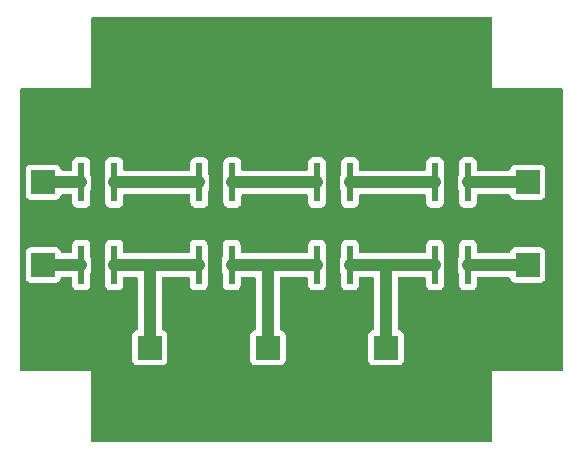
<source format=gbr>
%TF.GenerationSoftware,KiCad,Pcbnew,8.0.2*%
%TF.CreationDate,2024-10-27T20:36:43-03:00*%
%TF.ProjectId,LumiCom_Led,4c756d69-436f-46d5-9f4c-65642e6b6963,rev?*%
%TF.SameCoordinates,Original*%
%TF.FileFunction,Copper,L1,Top*%
%TF.FilePolarity,Positive*%
%FSLAX46Y46*%
G04 Gerber Fmt 4.6, Leading zero omitted, Abs format (unit mm)*
G04 Created by KiCad (PCBNEW 8.0.2) date 2024-10-27 20:36:43*
%MOMM*%
%LPD*%
G01*
G04 APERTURE LIST*
%TA.AperFunction,SMDPad,CuDef*%
%ADD10R,0.508000X3.302000*%
%TD*%
%TA.AperFunction,SMDPad,CuDef*%
%ADD11R,1.295400X3.302000*%
%TD*%
%TA.AperFunction,SMDPad,CuDef*%
%ADD12R,2.000000X2.000000*%
%TD*%
%TA.AperFunction,Conductor*%
%ADD13C,1.000000*%
%TD*%
G04 APERTURE END LIST*
D10*
%TO.P,LED3,1,cathode*%
%TO.N,Net-(LED3-cathode)*%
X164936500Y-103000000D03*
D11*
%TO.P,LED3,2,thermal*%
%TO.N,Net-(LED1-thermal)*%
X163539500Y-103000000D03*
D10*
%TO.P,LED3,3,anode*%
%TO.N,Net-(LED2-cathode)*%
X162142500Y-103000000D03*
%TD*%
%TO.P,LED2,1,cathode*%
%TO.N,Net-(LED2-cathode)*%
X154936500Y-103000000D03*
D11*
%TO.P,LED2,2,thermal*%
%TO.N,Net-(LED1-thermal)*%
X153539500Y-103000000D03*
D10*
%TO.P,LED2,3,anode*%
%TO.N,Net-(LED1-cathode)*%
X152142500Y-103000000D03*
%TD*%
%TO.P,LED4,1,cathode*%
%TO.N,Net-(LED4-cathode)*%
X174936500Y-103000000D03*
D11*
%TO.P,LED4,2,thermal*%
%TO.N,Net-(LED1-thermal)*%
X173539500Y-103000000D03*
D10*
%TO.P,LED4,3,anode*%
%TO.N,Net-(LED3-cathode)*%
X172142500Y-103000000D03*
%TD*%
D12*
%TO.P,TP6,1,1*%
%TO.N,Net-(LED2-cathode)*%
X158000000Y-110000000D03*
%TD*%
D10*
%TO.P,LED7,1,cathode*%
%TO.N,Net-(LED7-cathode)*%
X164936500Y-96000000D03*
D11*
%TO.P,LED7,2,thermal*%
%TO.N,Net-(LED1-thermal)*%
X163539500Y-96000000D03*
D10*
%TO.P,LED7,3,anode*%
%TO.N,Net-(LED6-cathode)*%
X162142500Y-96000000D03*
%TD*%
D12*
%TO.P,TP4,1,1*%
%TO.N,Net-(LED8-cathode)*%
X180000000Y-96000000D03*
%TD*%
%TO.P,TP2,1,1*%
%TO.N,Net-(LED1-anode)*%
X139000000Y-103000000D03*
%TD*%
%TO.P,TP3,1,1*%
%TO.N,Net-(LED5-anode)*%
X139000000Y-96000000D03*
%TD*%
D10*
%TO.P,LED1,1,cathode*%
%TO.N,Net-(LED1-cathode)*%
X145000000Y-103000000D03*
D11*
%TO.P,LED1,2,thermal*%
%TO.N,Net-(LED1-thermal)*%
X143603000Y-103000000D03*
D10*
%TO.P,LED1,3,anode*%
%TO.N,Net-(LED1-anode)*%
X142206000Y-103000000D03*
%TD*%
D12*
%TO.P,TP7,1,1*%
%TO.N,Net-(LED3-cathode)*%
X168000000Y-110000000D03*
%TD*%
D10*
%TO.P,LED8,1,cathode*%
%TO.N,Net-(LED8-cathode)*%
X174936500Y-96000000D03*
D11*
%TO.P,LED8,2,thermal*%
%TO.N,Net-(LED1-thermal)*%
X173539500Y-96000000D03*
D10*
%TO.P,LED8,3,anode*%
%TO.N,Net-(LED7-cathode)*%
X172142500Y-96000000D03*
%TD*%
D12*
%TO.P,TP5,1,1*%
%TO.N,Net-(LED1-cathode)*%
X148000000Y-110000000D03*
%TD*%
D10*
%TO.P,LED6,1,cathode*%
%TO.N,Net-(LED6-cathode)*%
X155000000Y-96000000D03*
D11*
%TO.P,LED6,2,thermal*%
%TO.N,Net-(LED1-thermal)*%
X153603000Y-96000000D03*
D10*
%TO.P,LED6,3,anode*%
%TO.N,Net-(LED5-cathode)*%
X152206000Y-96000000D03*
%TD*%
D12*
%TO.P,TP1,1,1*%
%TO.N,Net-(LED4-cathode)*%
X180000000Y-103000000D03*
%TD*%
D10*
%TO.P,LED5,1,cathode*%
%TO.N,Net-(LED5-cathode)*%
X145000000Y-96000000D03*
D11*
%TO.P,LED5,2,thermal*%
%TO.N,Net-(LED1-thermal)*%
X143603000Y-96000000D03*
D10*
%TO.P,LED5,3,anode*%
%TO.N,Net-(LED5-anode)*%
X142206000Y-96000000D03*
%TD*%
D13*
%TO.N,Net-(LED1-anode)*%
X139000000Y-103000000D02*
X142206000Y-103000000D01*
%TO.N,Net-(LED1-cathode)*%
X145000000Y-103000000D02*
X148000000Y-103000000D01*
X148000000Y-103000000D02*
X152142500Y-103000000D01*
X148000000Y-103000000D02*
X148000000Y-110000000D01*
%TO.N,Net-(LED2-cathode)*%
X158000000Y-103000000D02*
X158000000Y-110000000D01*
X154936500Y-103000000D02*
X158000000Y-103000000D01*
X158000000Y-103000000D02*
X162142500Y-103000000D01*
%TO.N,Net-(LED3-cathode)*%
X168000000Y-103000000D02*
X172142500Y-103000000D01*
X164936500Y-103000000D02*
X168000000Y-103000000D01*
X168000000Y-103000000D02*
X168000000Y-110000000D01*
%TO.N,Net-(LED4-cathode)*%
X180000000Y-103000000D02*
X174936500Y-103000000D01*
%TO.N,Net-(LED5-cathode)*%
X145000000Y-96000000D02*
X152206000Y-96000000D01*
%TO.N,Net-(LED5-anode)*%
X142206000Y-96000000D02*
X139000000Y-96000000D01*
%TO.N,Net-(LED6-cathode)*%
X155000000Y-96000000D02*
X162142500Y-96000000D01*
%TO.N,Net-(LED7-cathode)*%
X164936500Y-96000000D02*
X172142500Y-96000000D01*
%TO.N,Net-(LED8-cathode)*%
X174936500Y-96000000D02*
X180000000Y-96000000D01*
%TD*%
%TA.AperFunction,Conductor*%
%TO.N,Net-(LED1-thermal)*%
G36*
X176943039Y-82019685D02*
G01*
X176988794Y-82072489D01*
X177000000Y-82124000D01*
X177000000Y-88000000D01*
X182876000Y-88000000D01*
X182943039Y-88019685D01*
X182988794Y-88072489D01*
X183000000Y-88124000D01*
X183000000Y-111876000D01*
X182980315Y-111943039D01*
X182927511Y-111988794D01*
X182876000Y-112000000D01*
X177000000Y-112000000D01*
X177000000Y-117876000D01*
X176980315Y-117943039D01*
X176927511Y-117988794D01*
X176876000Y-118000000D01*
X143124000Y-118000000D01*
X143056961Y-117980315D01*
X143011206Y-117927511D01*
X143000000Y-117876000D01*
X143000000Y-112000000D01*
X137124000Y-112000000D01*
X137056961Y-111980315D01*
X137011206Y-111927511D01*
X137000000Y-111876000D01*
X137000000Y-101952135D01*
X137499500Y-101952135D01*
X137499500Y-104047870D01*
X137499501Y-104047876D01*
X137505908Y-104107483D01*
X137556202Y-104242328D01*
X137556206Y-104242335D01*
X137642452Y-104357544D01*
X137642455Y-104357547D01*
X137757664Y-104443793D01*
X137757671Y-104443797D01*
X137892517Y-104494091D01*
X137892516Y-104494091D01*
X137899444Y-104494835D01*
X137952127Y-104500500D01*
X140047872Y-104500499D01*
X140107483Y-104494091D01*
X140242331Y-104443796D01*
X140357546Y-104357546D01*
X140443796Y-104242331D01*
X140494091Y-104107483D01*
X140494091Y-104107481D01*
X140495874Y-104099938D01*
X140498146Y-104100474D01*
X140520429Y-104046688D01*
X140577823Y-104006843D01*
X140616976Y-104000500D01*
X141327501Y-104000500D01*
X141394540Y-104020185D01*
X141440295Y-104072989D01*
X141451501Y-104124500D01*
X141451501Y-104698876D01*
X141457908Y-104758483D01*
X141508202Y-104893328D01*
X141508206Y-104893335D01*
X141594452Y-105008544D01*
X141594455Y-105008547D01*
X141709664Y-105094793D01*
X141709671Y-105094797D01*
X141754618Y-105111561D01*
X141844517Y-105145091D01*
X141904127Y-105151500D01*
X142507872Y-105151499D01*
X142567483Y-105145091D01*
X142702331Y-105094796D01*
X142817546Y-105008546D01*
X142903796Y-104893331D01*
X142954091Y-104758483D01*
X142960500Y-104698873D01*
X142960499Y-103709278D01*
X142980183Y-103642240D01*
X142981397Y-103640388D01*
X142983136Y-103637784D01*
X142983139Y-103637782D01*
X143092632Y-103473914D01*
X143168051Y-103291835D01*
X143206500Y-103098543D01*
X143999499Y-103098543D01*
X144037947Y-103291829D01*
X144037950Y-103291839D01*
X144113364Y-103473907D01*
X144113371Y-103473920D01*
X144224602Y-103640388D01*
X144245480Y-103707066D01*
X144245500Y-103709279D01*
X144245500Y-104698870D01*
X144245501Y-104698876D01*
X144251908Y-104758483D01*
X144302202Y-104893328D01*
X144302206Y-104893335D01*
X144388452Y-105008544D01*
X144388455Y-105008547D01*
X144503664Y-105094793D01*
X144503671Y-105094797D01*
X144548618Y-105111561D01*
X144638517Y-105145091D01*
X144698127Y-105151500D01*
X145301872Y-105151499D01*
X145361483Y-105145091D01*
X145496331Y-105094796D01*
X145611546Y-105008546D01*
X145697796Y-104893331D01*
X145748091Y-104758483D01*
X145754500Y-104698873D01*
X145754500Y-104124500D01*
X145774185Y-104057461D01*
X145826989Y-104011706D01*
X145878500Y-104000500D01*
X146875500Y-104000500D01*
X146942539Y-104020185D01*
X146988294Y-104072989D01*
X146999500Y-104124500D01*
X146999500Y-108383023D01*
X146979815Y-108450062D01*
X146927011Y-108495817D01*
X146899865Y-108503266D01*
X146900068Y-108504124D01*
X146892520Y-108505907D01*
X146757671Y-108556202D01*
X146757664Y-108556206D01*
X146642455Y-108642452D01*
X146642452Y-108642455D01*
X146556206Y-108757664D01*
X146556202Y-108757671D01*
X146505908Y-108892517D01*
X146499501Y-108952116D01*
X146499501Y-108952123D01*
X146499500Y-108952135D01*
X146499500Y-111047870D01*
X146499501Y-111047876D01*
X146505908Y-111107483D01*
X146556202Y-111242328D01*
X146556206Y-111242335D01*
X146642452Y-111357544D01*
X146642455Y-111357547D01*
X146757664Y-111443793D01*
X146757671Y-111443797D01*
X146892517Y-111494091D01*
X146892516Y-111494091D01*
X146899444Y-111494835D01*
X146952127Y-111500500D01*
X149047872Y-111500499D01*
X149107483Y-111494091D01*
X149242331Y-111443796D01*
X149357546Y-111357546D01*
X149443796Y-111242331D01*
X149494091Y-111107483D01*
X149500500Y-111047873D01*
X149500499Y-108952128D01*
X149494091Y-108892517D01*
X149443796Y-108757669D01*
X149443795Y-108757668D01*
X149443793Y-108757664D01*
X149357547Y-108642455D01*
X149357544Y-108642452D01*
X149242335Y-108556206D01*
X149242328Y-108556202D01*
X149107482Y-108505908D01*
X149099938Y-108504126D01*
X149100474Y-108501853D01*
X149046688Y-108479571D01*
X149006843Y-108422177D01*
X149000500Y-108383024D01*
X149000500Y-104124500D01*
X149020185Y-104057461D01*
X149072989Y-104011706D01*
X149124500Y-104000500D01*
X151264001Y-104000500D01*
X151331040Y-104020185D01*
X151376795Y-104072989D01*
X151388001Y-104124500D01*
X151388001Y-104698876D01*
X151394408Y-104758483D01*
X151444702Y-104893328D01*
X151444706Y-104893335D01*
X151530952Y-105008544D01*
X151530955Y-105008547D01*
X151646164Y-105094793D01*
X151646171Y-105094797D01*
X151691118Y-105111561D01*
X151781017Y-105145091D01*
X151840627Y-105151500D01*
X152444372Y-105151499D01*
X152503983Y-105145091D01*
X152638831Y-105094796D01*
X152754046Y-105008546D01*
X152840296Y-104893331D01*
X152890591Y-104758483D01*
X152897000Y-104698873D01*
X152896999Y-103709278D01*
X152916683Y-103642240D01*
X152917897Y-103640388D01*
X152919636Y-103637784D01*
X152919639Y-103637782D01*
X153029132Y-103473914D01*
X153104551Y-103291835D01*
X153143000Y-103098543D01*
X153935999Y-103098543D01*
X153974447Y-103291829D01*
X153974450Y-103291839D01*
X154049864Y-103473907D01*
X154049871Y-103473920D01*
X154161102Y-103640388D01*
X154181980Y-103707066D01*
X154182000Y-103709279D01*
X154182000Y-104698870D01*
X154182001Y-104698876D01*
X154188408Y-104758483D01*
X154238702Y-104893328D01*
X154238706Y-104893335D01*
X154324952Y-105008544D01*
X154324955Y-105008547D01*
X154440164Y-105094793D01*
X154440171Y-105094797D01*
X154485118Y-105111561D01*
X154575017Y-105145091D01*
X154634627Y-105151500D01*
X155238372Y-105151499D01*
X155297983Y-105145091D01*
X155432831Y-105094796D01*
X155548046Y-105008546D01*
X155634296Y-104893331D01*
X155684591Y-104758483D01*
X155691000Y-104698873D01*
X155691000Y-104124500D01*
X155710685Y-104057461D01*
X155763489Y-104011706D01*
X155815000Y-104000500D01*
X156875500Y-104000500D01*
X156942539Y-104020185D01*
X156988294Y-104072989D01*
X156999500Y-104124500D01*
X156999500Y-108383023D01*
X156979815Y-108450062D01*
X156927011Y-108495817D01*
X156899865Y-108503266D01*
X156900068Y-108504124D01*
X156892520Y-108505907D01*
X156757671Y-108556202D01*
X156757664Y-108556206D01*
X156642455Y-108642452D01*
X156642452Y-108642455D01*
X156556206Y-108757664D01*
X156556202Y-108757671D01*
X156505908Y-108892517D01*
X156499501Y-108952116D01*
X156499501Y-108952123D01*
X156499500Y-108952135D01*
X156499500Y-111047870D01*
X156499501Y-111047876D01*
X156505908Y-111107483D01*
X156556202Y-111242328D01*
X156556206Y-111242335D01*
X156642452Y-111357544D01*
X156642455Y-111357547D01*
X156757664Y-111443793D01*
X156757671Y-111443797D01*
X156892517Y-111494091D01*
X156892516Y-111494091D01*
X156899444Y-111494835D01*
X156952127Y-111500500D01*
X159047872Y-111500499D01*
X159107483Y-111494091D01*
X159242331Y-111443796D01*
X159357546Y-111357546D01*
X159443796Y-111242331D01*
X159494091Y-111107483D01*
X159500500Y-111047873D01*
X159500499Y-108952128D01*
X159494091Y-108892517D01*
X159443796Y-108757669D01*
X159443795Y-108757668D01*
X159443793Y-108757664D01*
X159357547Y-108642455D01*
X159357544Y-108642452D01*
X159242335Y-108556206D01*
X159242328Y-108556202D01*
X159107482Y-108505908D01*
X159099938Y-108504126D01*
X159100474Y-108501853D01*
X159046688Y-108479571D01*
X159006843Y-108422177D01*
X159000500Y-108383024D01*
X159000500Y-104124500D01*
X159020185Y-104057461D01*
X159072989Y-104011706D01*
X159124500Y-104000500D01*
X161264001Y-104000500D01*
X161331040Y-104020185D01*
X161376795Y-104072989D01*
X161388001Y-104124500D01*
X161388001Y-104698876D01*
X161394408Y-104758483D01*
X161444702Y-104893328D01*
X161444706Y-104893335D01*
X161530952Y-105008544D01*
X161530955Y-105008547D01*
X161646164Y-105094793D01*
X161646171Y-105094797D01*
X161691118Y-105111561D01*
X161781017Y-105145091D01*
X161840627Y-105151500D01*
X162444372Y-105151499D01*
X162503983Y-105145091D01*
X162638831Y-105094796D01*
X162754046Y-105008546D01*
X162840296Y-104893331D01*
X162890591Y-104758483D01*
X162897000Y-104698873D01*
X162896999Y-103709278D01*
X162916683Y-103642240D01*
X162917897Y-103640388D01*
X162919636Y-103637784D01*
X162919639Y-103637782D01*
X163029132Y-103473914D01*
X163104551Y-103291835D01*
X163143000Y-103098543D01*
X163935999Y-103098543D01*
X163974447Y-103291829D01*
X163974450Y-103291839D01*
X164049864Y-103473907D01*
X164049871Y-103473920D01*
X164161102Y-103640388D01*
X164181980Y-103707066D01*
X164182000Y-103709279D01*
X164182000Y-104698870D01*
X164182001Y-104698876D01*
X164188408Y-104758483D01*
X164238702Y-104893328D01*
X164238706Y-104893335D01*
X164324952Y-105008544D01*
X164324955Y-105008547D01*
X164440164Y-105094793D01*
X164440171Y-105094797D01*
X164485118Y-105111561D01*
X164575017Y-105145091D01*
X164634627Y-105151500D01*
X165238372Y-105151499D01*
X165297983Y-105145091D01*
X165432831Y-105094796D01*
X165548046Y-105008546D01*
X165634296Y-104893331D01*
X165684591Y-104758483D01*
X165691000Y-104698873D01*
X165691000Y-104124500D01*
X165710685Y-104057461D01*
X165763489Y-104011706D01*
X165815000Y-104000500D01*
X166875500Y-104000500D01*
X166942539Y-104020185D01*
X166988294Y-104072989D01*
X166999500Y-104124500D01*
X166999500Y-108383023D01*
X166979815Y-108450062D01*
X166927011Y-108495817D01*
X166899865Y-108503266D01*
X166900068Y-108504124D01*
X166892520Y-108505907D01*
X166757671Y-108556202D01*
X166757664Y-108556206D01*
X166642455Y-108642452D01*
X166642452Y-108642455D01*
X166556206Y-108757664D01*
X166556202Y-108757671D01*
X166505908Y-108892517D01*
X166499501Y-108952116D01*
X166499501Y-108952123D01*
X166499500Y-108952135D01*
X166499500Y-111047870D01*
X166499501Y-111047876D01*
X166505908Y-111107483D01*
X166556202Y-111242328D01*
X166556206Y-111242335D01*
X166642452Y-111357544D01*
X166642455Y-111357547D01*
X166757664Y-111443793D01*
X166757671Y-111443797D01*
X166892517Y-111494091D01*
X166892516Y-111494091D01*
X166899444Y-111494835D01*
X166952127Y-111500500D01*
X169047872Y-111500499D01*
X169107483Y-111494091D01*
X169242331Y-111443796D01*
X169357546Y-111357546D01*
X169443796Y-111242331D01*
X169494091Y-111107483D01*
X169500500Y-111047873D01*
X169500499Y-108952128D01*
X169494091Y-108892517D01*
X169443796Y-108757669D01*
X169443795Y-108757668D01*
X169443793Y-108757664D01*
X169357547Y-108642455D01*
X169357544Y-108642452D01*
X169242335Y-108556206D01*
X169242328Y-108556202D01*
X169107482Y-108505908D01*
X169099938Y-108504126D01*
X169100474Y-108501853D01*
X169046688Y-108479571D01*
X169006843Y-108422177D01*
X169000500Y-108383024D01*
X169000500Y-104124500D01*
X169020185Y-104057461D01*
X169072989Y-104011706D01*
X169124500Y-104000500D01*
X171264001Y-104000500D01*
X171331040Y-104020185D01*
X171376795Y-104072989D01*
X171388001Y-104124500D01*
X171388001Y-104698876D01*
X171394408Y-104758483D01*
X171444702Y-104893328D01*
X171444706Y-104893335D01*
X171530952Y-105008544D01*
X171530955Y-105008547D01*
X171646164Y-105094793D01*
X171646171Y-105094797D01*
X171691118Y-105111561D01*
X171781017Y-105145091D01*
X171840627Y-105151500D01*
X172444372Y-105151499D01*
X172503983Y-105145091D01*
X172638831Y-105094796D01*
X172754046Y-105008546D01*
X172840296Y-104893331D01*
X172890591Y-104758483D01*
X172897000Y-104698873D01*
X172896999Y-103709278D01*
X172916683Y-103642240D01*
X172917897Y-103640388D01*
X172919636Y-103637784D01*
X172919639Y-103637782D01*
X173029132Y-103473914D01*
X173104551Y-103291835D01*
X173143000Y-103098543D01*
X173935999Y-103098543D01*
X173974447Y-103291829D01*
X173974450Y-103291839D01*
X174049864Y-103473907D01*
X174049871Y-103473920D01*
X174161102Y-103640388D01*
X174181980Y-103707066D01*
X174182000Y-103709279D01*
X174182000Y-104698870D01*
X174182001Y-104698876D01*
X174188408Y-104758483D01*
X174238702Y-104893328D01*
X174238706Y-104893335D01*
X174324952Y-105008544D01*
X174324955Y-105008547D01*
X174440164Y-105094793D01*
X174440171Y-105094797D01*
X174485118Y-105111561D01*
X174575017Y-105145091D01*
X174634627Y-105151500D01*
X175238372Y-105151499D01*
X175297983Y-105145091D01*
X175432831Y-105094796D01*
X175548046Y-105008546D01*
X175634296Y-104893331D01*
X175684591Y-104758483D01*
X175691000Y-104698873D01*
X175691000Y-104124500D01*
X175710685Y-104057461D01*
X175763489Y-104011706D01*
X175815000Y-104000500D01*
X178383023Y-104000500D01*
X178450062Y-104020185D01*
X178495817Y-104072989D01*
X178503266Y-104100134D01*
X178504124Y-104099932D01*
X178505907Y-104107479D01*
X178556202Y-104242328D01*
X178556206Y-104242335D01*
X178642452Y-104357544D01*
X178642455Y-104357547D01*
X178757664Y-104443793D01*
X178757671Y-104443797D01*
X178892517Y-104494091D01*
X178892516Y-104494091D01*
X178899444Y-104494835D01*
X178952127Y-104500500D01*
X181047872Y-104500499D01*
X181107483Y-104494091D01*
X181242331Y-104443796D01*
X181357546Y-104357546D01*
X181443796Y-104242331D01*
X181494091Y-104107483D01*
X181500500Y-104047873D01*
X181500499Y-101952128D01*
X181494091Y-101892517D01*
X181443796Y-101757669D01*
X181443795Y-101757668D01*
X181443793Y-101757664D01*
X181357547Y-101642455D01*
X181357544Y-101642452D01*
X181242335Y-101556206D01*
X181242328Y-101556202D01*
X181107482Y-101505908D01*
X181107483Y-101505908D01*
X181047883Y-101499501D01*
X181047881Y-101499500D01*
X181047873Y-101499500D01*
X181047864Y-101499500D01*
X178952129Y-101499500D01*
X178952123Y-101499501D01*
X178892516Y-101505908D01*
X178757671Y-101556202D01*
X178757664Y-101556206D01*
X178642455Y-101642452D01*
X178642452Y-101642455D01*
X178556206Y-101757664D01*
X178556202Y-101757671D01*
X178505908Y-101892517D01*
X178504126Y-101900062D01*
X178501853Y-101899525D01*
X178479571Y-101953312D01*
X178422177Y-101993157D01*
X178383024Y-101999500D01*
X175814999Y-101999500D01*
X175747960Y-101979815D01*
X175702205Y-101927011D01*
X175690999Y-101875500D01*
X175690999Y-101301129D01*
X175690998Y-101301123D01*
X175690997Y-101301116D01*
X175684591Y-101241517D01*
X175634296Y-101106669D01*
X175634295Y-101106668D01*
X175634293Y-101106664D01*
X175548047Y-100991455D01*
X175548044Y-100991452D01*
X175432835Y-100905206D01*
X175432828Y-100905202D01*
X175297986Y-100854910D01*
X175297985Y-100854909D01*
X175297983Y-100854909D01*
X175238373Y-100848500D01*
X175238363Y-100848500D01*
X174634629Y-100848500D01*
X174634623Y-100848501D01*
X174575016Y-100854908D01*
X174440171Y-100905202D01*
X174440164Y-100905206D01*
X174324955Y-100991452D01*
X174324952Y-100991455D01*
X174238706Y-101106664D01*
X174238702Y-101106671D01*
X174188408Y-101241517D01*
X174182001Y-101301116D01*
X174182001Y-101301123D01*
X174182000Y-101301135D01*
X174182000Y-102290721D01*
X174162315Y-102357760D01*
X174161102Y-102359612D01*
X174049871Y-102526079D01*
X174049864Y-102526092D01*
X173974450Y-102708160D01*
X173974447Y-102708170D01*
X173936000Y-102901456D01*
X173936000Y-102901459D01*
X173936000Y-103098541D01*
X173936000Y-103098543D01*
X173935999Y-103098543D01*
X173143000Y-103098543D01*
X173143000Y-103098541D01*
X173143000Y-102901459D01*
X173143000Y-102901456D01*
X173104552Y-102708170D01*
X173104551Y-102708169D01*
X173104551Y-102708165D01*
X173104549Y-102708160D01*
X173029135Y-102526092D01*
X173029128Y-102526079D01*
X172917897Y-102359610D01*
X172897019Y-102292932D01*
X172896999Y-102290719D01*
X172896999Y-101301129D01*
X172896998Y-101301123D01*
X172896997Y-101301116D01*
X172890591Y-101241517D01*
X172840296Y-101106669D01*
X172840295Y-101106668D01*
X172840293Y-101106664D01*
X172754047Y-100991455D01*
X172754044Y-100991452D01*
X172638835Y-100905206D01*
X172638828Y-100905202D01*
X172503986Y-100854910D01*
X172503985Y-100854909D01*
X172503983Y-100854909D01*
X172444373Y-100848500D01*
X172444363Y-100848500D01*
X171840629Y-100848500D01*
X171840623Y-100848501D01*
X171781016Y-100854908D01*
X171646171Y-100905202D01*
X171646164Y-100905206D01*
X171530955Y-100991452D01*
X171530952Y-100991455D01*
X171444706Y-101106664D01*
X171444702Y-101106671D01*
X171394408Y-101241517D01*
X171388001Y-101301116D01*
X171388001Y-101301123D01*
X171388000Y-101301135D01*
X171388000Y-101875500D01*
X171368315Y-101942539D01*
X171315511Y-101988294D01*
X171264000Y-101999500D01*
X165814999Y-101999500D01*
X165747960Y-101979815D01*
X165702205Y-101927011D01*
X165690999Y-101875500D01*
X165690999Y-101301129D01*
X165690998Y-101301123D01*
X165690997Y-101301116D01*
X165684591Y-101241517D01*
X165634296Y-101106669D01*
X165634295Y-101106668D01*
X165634293Y-101106664D01*
X165548047Y-100991455D01*
X165548044Y-100991452D01*
X165432835Y-100905206D01*
X165432828Y-100905202D01*
X165297986Y-100854910D01*
X165297985Y-100854909D01*
X165297983Y-100854909D01*
X165238373Y-100848500D01*
X165238363Y-100848500D01*
X164634629Y-100848500D01*
X164634623Y-100848501D01*
X164575016Y-100854908D01*
X164440171Y-100905202D01*
X164440164Y-100905206D01*
X164324955Y-100991452D01*
X164324952Y-100991455D01*
X164238706Y-101106664D01*
X164238702Y-101106671D01*
X164188408Y-101241517D01*
X164182001Y-101301116D01*
X164182001Y-101301123D01*
X164182000Y-101301135D01*
X164182000Y-102290721D01*
X164162315Y-102357760D01*
X164161102Y-102359612D01*
X164049871Y-102526079D01*
X164049864Y-102526092D01*
X163974450Y-102708160D01*
X163974447Y-102708170D01*
X163936000Y-102901456D01*
X163936000Y-102901459D01*
X163936000Y-103098541D01*
X163936000Y-103098543D01*
X163935999Y-103098543D01*
X163143000Y-103098543D01*
X163143000Y-103098541D01*
X163143000Y-102901459D01*
X163143000Y-102901456D01*
X163104552Y-102708170D01*
X163104551Y-102708169D01*
X163104551Y-102708165D01*
X163104549Y-102708160D01*
X163029135Y-102526092D01*
X163029128Y-102526079D01*
X162917897Y-102359610D01*
X162897019Y-102292932D01*
X162896999Y-102290719D01*
X162896999Y-101301129D01*
X162896998Y-101301123D01*
X162896997Y-101301116D01*
X162890591Y-101241517D01*
X162840296Y-101106669D01*
X162840295Y-101106668D01*
X162840293Y-101106664D01*
X162754047Y-100991455D01*
X162754044Y-100991452D01*
X162638835Y-100905206D01*
X162638828Y-100905202D01*
X162503986Y-100854910D01*
X162503985Y-100854909D01*
X162503983Y-100854909D01*
X162444373Y-100848500D01*
X162444363Y-100848500D01*
X161840629Y-100848500D01*
X161840623Y-100848501D01*
X161781016Y-100854908D01*
X161646171Y-100905202D01*
X161646164Y-100905206D01*
X161530955Y-100991452D01*
X161530952Y-100991455D01*
X161444706Y-101106664D01*
X161444702Y-101106671D01*
X161394408Y-101241517D01*
X161388001Y-101301116D01*
X161388001Y-101301123D01*
X161388000Y-101301135D01*
X161388000Y-101875500D01*
X161368315Y-101942539D01*
X161315511Y-101988294D01*
X161264000Y-101999500D01*
X155814999Y-101999500D01*
X155747960Y-101979815D01*
X155702205Y-101927011D01*
X155690999Y-101875500D01*
X155690999Y-101301129D01*
X155690998Y-101301123D01*
X155690997Y-101301116D01*
X155684591Y-101241517D01*
X155634296Y-101106669D01*
X155634295Y-101106668D01*
X155634293Y-101106664D01*
X155548047Y-100991455D01*
X155548044Y-100991452D01*
X155432835Y-100905206D01*
X155432828Y-100905202D01*
X155297986Y-100854910D01*
X155297985Y-100854909D01*
X155297983Y-100854909D01*
X155238373Y-100848500D01*
X155238363Y-100848500D01*
X154634629Y-100848500D01*
X154634623Y-100848501D01*
X154575016Y-100854908D01*
X154440171Y-100905202D01*
X154440164Y-100905206D01*
X154324955Y-100991452D01*
X154324952Y-100991455D01*
X154238706Y-101106664D01*
X154238702Y-101106671D01*
X154188408Y-101241517D01*
X154182001Y-101301116D01*
X154182001Y-101301123D01*
X154182000Y-101301135D01*
X154182000Y-102290721D01*
X154162315Y-102357760D01*
X154161102Y-102359612D01*
X154049871Y-102526079D01*
X154049864Y-102526092D01*
X153974450Y-102708160D01*
X153974447Y-102708170D01*
X153936000Y-102901456D01*
X153936000Y-102901459D01*
X153936000Y-103098541D01*
X153936000Y-103098543D01*
X153935999Y-103098543D01*
X153143000Y-103098543D01*
X153143000Y-103098541D01*
X153143000Y-102901459D01*
X153143000Y-102901456D01*
X153104552Y-102708170D01*
X153104551Y-102708169D01*
X153104551Y-102708165D01*
X153104549Y-102708160D01*
X153029135Y-102526092D01*
X153029128Y-102526079D01*
X152917897Y-102359610D01*
X152897019Y-102292932D01*
X152896999Y-102290719D01*
X152896999Y-101301129D01*
X152896998Y-101301123D01*
X152896997Y-101301116D01*
X152890591Y-101241517D01*
X152840296Y-101106669D01*
X152840295Y-101106668D01*
X152840293Y-101106664D01*
X152754047Y-100991455D01*
X152754044Y-100991452D01*
X152638835Y-100905206D01*
X152638828Y-100905202D01*
X152503986Y-100854910D01*
X152503985Y-100854909D01*
X152503983Y-100854909D01*
X152444373Y-100848500D01*
X152444363Y-100848500D01*
X151840629Y-100848500D01*
X151840623Y-100848501D01*
X151781016Y-100854908D01*
X151646171Y-100905202D01*
X151646164Y-100905206D01*
X151530955Y-100991452D01*
X151530952Y-100991455D01*
X151444706Y-101106664D01*
X151444702Y-101106671D01*
X151394408Y-101241517D01*
X151388001Y-101301116D01*
X151388001Y-101301123D01*
X151388000Y-101301135D01*
X151388000Y-101875500D01*
X151368315Y-101942539D01*
X151315511Y-101988294D01*
X151264000Y-101999500D01*
X145878499Y-101999500D01*
X145811460Y-101979815D01*
X145765705Y-101927011D01*
X145754499Y-101875500D01*
X145754499Y-101301129D01*
X145754498Y-101301123D01*
X145754497Y-101301116D01*
X145748091Y-101241517D01*
X145697796Y-101106669D01*
X145697795Y-101106668D01*
X145697793Y-101106664D01*
X145611547Y-100991455D01*
X145611544Y-100991452D01*
X145496335Y-100905206D01*
X145496328Y-100905202D01*
X145361486Y-100854910D01*
X145361485Y-100854909D01*
X145361483Y-100854909D01*
X145301873Y-100848500D01*
X145301863Y-100848500D01*
X144698129Y-100848500D01*
X144698123Y-100848501D01*
X144638516Y-100854908D01*
X144503671Y-100905202D01*
X144503664Y-100905206D01*
X144388455Y-100991452D01*
X144388452Y-100991455D01*
X144302206Y-101106664D01*
X144302202Y-101106671D01*
X144251908Y-101241517D01*
X144245501Y-101301116D01*
X144245501Y-101301123D01*
X144245500Y-101301135D01*
X144245500Y-102290721D01*
X144225815Y-102357760D01*
X144224602Y-102359612D01*
X144113371Y-102526079D01*
X144113364Y-102526092D01*
X144037950Y-102708160D01*
X144037947Y-102708170D01*
X143999500Y-102901456D01*
X143999500Y-102901459D01*
X143999500Y-103098541D01*
X143999500Y-103098543D01*
X143999499Y-103098543D01*
X143206500Y-103098543D01*
X143206500Y-103098541D01*
X143206500Y-102901459D01*
X143206500Y-102901456D01*
X143168052Y-102708170D01*
X143168051Y-102708169D01*
X143168051Y-102708165D01*
X143168049Y-102708160D01*
X143092635Y-102526092D01*
X143092628Y-102526079D01*
X142981397Y-102359610D01*
X142960519Y-102292932D01*
X142960499Y-102290719D01*
X142960499Y-101301129D01*
X142960498Y-101301123D01*
X142960497Y-101301116D01*
X142954091Y-101241517D01*
X142903796Y-101106669D01*
X142903795Y-101106668D01*
X142903793Y-101106664D01*
X142817547Y-100991455D01*
X142817544Y-100991452D01*
X142702335Y-100905206D01*
X142702328Y-100905202D01*
X142567486Y-100854910D01*
X142567485Y-100854909D01*
X142567483Y-100854909D01*
X142507873Y-100848500D01*
X142507863Y-100848500D01*
X141904129Y-100848500D01*
X141904123Y-100848501D01*
X141844516Y-100854908D01*
X141709671Y-100905202D01*
X141709664Y-100905206D01*
X141594455Y-100991452D01*
X141594452Y-100991455D01*
X141508206Y-101106664D01*
X141508202Y-101106671D01*
X141457908Y-101241517D01*
X141451501Y-101301116D01*
X141451501Y-101301123D01*
X141451500Y-101301135D01*
X141451500Y-101875500D01*
X141431815Y-101942539D01*
X141379011Y-101988294D01*
X141327500Y-101999500D01*
X140616977Y-101999500D01*
X140549938Y-101979815D01*
X140504183Y-101927011D01*
X140496733Y-101899865D01*
X140495876Y-101900068D01*
X140494092Y-101892520D01*
X140443797Y-101757671D01*
X140443793Y-101757664D01*
X140357547Y-101642455D01*
X140357544Y-101642452D01*
X140242335Y-101556206D01*
X140242328Y-101556202D01*
X140107482Y-101505908D01*
X140107483Y-101505908D01*
X140047883Y-101499501D01*
X140047881Y-101499500D01*
X140047873Y-101499500D01*
X140047864Y-101499500D01*
X137952129Y-101499500D01*
X137952123Y-101499501D01*
X137892516Y-101505908D01*
X137757671Y-101556202D01*
X137757664Y-101556206D01*
X137642455Y-101642452D01*
X137642452Y-101642455D01*
X137556206Y-101757664D01*
X137556202Y-101757671D01*
X137505908Y-101892517D01*
X137502200Y-101927011D01*
X137499501Y-101952123D01*
X137499500Y-101952135D01*
X137000000Y-101952135D01*
X137000000Y-94952135D01*
X137499500Y-94952135D01*
X137499500Y-97047870D01*
X137499501Y-97047876D01*
X137505908Y-97107483D01*
X137556202Y-97242328D01*
X137556206Y-97242335D01*
X137642452Y-97357544D01*
X137642455Y-97357547D01*
X137757664Y-97443793D01*
X137757671Y-97443797D01*
X137892517Y-97494091D01*
X137892516Y-97494091D01*
X137899444Y-97494835D01*
X137952127Y-97500500D01*
X140047872Y-97500499D01*
X140107483Y-97494091D01*
X140242331Y-97443796D01*
X140357546Y-97357546D01*
X140443796Y-97242331D01*
X140494091Y-97107483D01*
X140494091Y-97107481D01*
X140495874Y-97099938D01*
X140498146Y-97100474D01*
X140520429Y-97046688D01*
X140577823Y-97006843D01*
X140616976Y-97000500D01*
X141327501Y-97000500D01*
X141394540Y-97020185D01*
X141440295Y-97072989D01*
X141451501Y-97124500D01*
X141451501Y-97698876D01*
X141457908Y-97758483D01*
X141508202Y-97893328D01*
X141508206Y-97893335D01*
X141594452Y-98008544D01*
X141594455Y-98008547D01*
X141709664Y-98094793D01*
X141709671Y-98094797D01*
X141754618Y-98111561D01*
X141844517Y-98145091D01*
X141904127Y-98151500D01*
X142507872Y-98151499D01*
X142567483Y-98145091D01*
X142702331Y-98094796D01*
X142817546Y-98008546D01*
X142903796Y-97893331D01*
X142954091Y-97758483D01*
X142960500Y-97698873D01*
X142960499Y-96709278D01*
X142980183Y-96642240D01*
X142981397Y-96640388D01*
X142983136Y-96637784D01*
X142983139Y-96637782D01*
X143092632Y-96473914D01*
X143168051Y-96291835D01*
X143206500Y-96098543D01*
X143999499Y-96098543D01*
X144037947Y-96291829D01*
X144037950Y-96291839D01*
X144113364Y-96473907D01*
X144113371Y-96473920D01*
X144224602Y-96640388D01*
X144245480Y-96707066D01*
X144245500Y-96709279D01*
X144245500Y-97698870D01*
X144245501Y-97698876D01*
X144251908Y-97758483D01*
X144302202Y-97893328D01*
X144302206Y-97893335D01*
X144388452Y-98008544D01*
X144388455Y-98008547D01*
X144503664Y-98094793D01*
X144503671Y-98094797D01*
X144548618Y-98111561D01*
X144638517Y-98145091D01*
X144698127Y-98151500D01*
X145301872Y-98151499D01*
X145361483Y-98145091D01*
X145496331Y-98094796D01*
X145611546Y-98008546D01*
X145697796Y-97893331D01*
X145748091Y-97758483D01*
X145754500Y-97698873D01*
X145754500Y-97124500D01*
X145774185Y-97057461D01*
X145826989Y-97011706D01*
X145878500Y-97000500D01*
X151327501Y-97000500D01*
X151394540Y-97020185D01*
X151440295Y-97072989D01*
X151451501Y-97124500D01*
X151451501Y-97698876D01*
X151457908Y-97758483D01*
X151508202Y-97893328D01*
X151508206Y-97893335D01*
X151594452Y-98008544D01*
X151594455Y-98008547D01*
X151709664Y-98094793D01*
X151709671Y-98094797D01*
X151754618Y-98111561D01*
X151844517Y-98145091D01*
X151904127Y-98151500D01*
X152507872Y-98151499D01*
X152567483Y-98145091D01*
X152702331Y-98094796D01*
X152817546Y-98008546D01*
X152903796Y-97893331D01*
X152954091Y-97758483D01*
X152960500Y-97698873D01*
X152960499Y-96709278D01*
X152980183Y-96642240D01*
X152981397Y-96640388D01*
X152983136Y-96637784D01*
X152983139Y-96637782D01*
X153092632Y-96473914D01*
X153168051Y-96291835D01*
X153206500Y-96098543D01*
X153999499Y-96098543D01*
X154037947Y-96291829D01*
X154037950Y-96291839D01*
X154113364Y-96473907D01*
X154113371Y-96473920D01*
X154224602Y-96640388D01*
X154245480Y-96707066D01*
X154245500Y-96709279D01*
X154245500Y-97698870D01*
X154245501Y-97698876D01*
X154251908Y-97758483D01*
X154302202Y-97893328D01*
X154302206Y-97893335D01*
X154388452Y-98008544D01*
X154388455Y-98008547D01*
X154503664Y-98094793D01*
X154503671Y-98094797D01*
X154548618Y-98111561D01*
X154638517Y-98145091D01*
X154698127Y-98151500D01*
X155301872Y-98151499D01*
X155361483Y-98145091D01*
X155496331Y-98094796D01*
X155611546Y-98008546D01*
X155697796Y-97893331D01*
X155748091Y-97758483D01*
X155754500Y-97698873D01*
X155754500Y-97124500D01*
X155774185Y-97057461D01*
X155826989Y-97011706D01*
X155878500Y-97000500D01*
X161264001Y-97000500D01*
X161331040Y-97020185D01*
X161376795Y-97072989D01*
X161388001Y-97124500D01*
X161388001Y-97698876D01*
X161394408Y-97758483D01*
X161444702Y-97893328D01*
X161444706Y-97893335D01*
X161530952Y-98008544D01*
X161530955Y-98008547D01*
X161646164Y-98094793D01*
X161646171Y-98094797D01*
X161691118Y-98111561D01*
X161781017Y-98145091D01*
X161840627Y-98151500D01*
X162444372Y-98151499D01*
X162503983Y-98145091D01*
X162638831Y-98094796D01*
X162754046Y-98008546D01*
X162840296Y-97893331D01*
X162890591Y-97758483D01*
X162897000Y-97698873D01*
X162896999Y-96709278D01*
X162916683Y-96642240D01*
X162917897Y-96640388D01*
X162919636Y-96637784D01*
X162919639Y-96637782D01*
X163029132Y-96473914D01*
X163104551Y-96291835D01*
X163143000Y-96098543D01*
X163935999Y-96098543D01*
X163974447Y-96291829D01*
X163974450Y-96291839D01*
X164049864Y-96473907D01*
X164049871Y-96473920D01*
X164161102Y-96640388D01*
X164181980Y-96707066D01*
X164182000Y-96709279D01*
X164182000Y-97698870D01*
X164182001Y-97698876D01*
X164188408Y-97758483D01*
X164238702Y-97893328D01*
X164238706Y-97893335D01*
X164324952Y-98008544D01*
X164324955Y-98008547D01*
X164440164Y-98094793D01*
X164440171Y-98094797D01*
X164485118Y-98111561D01*
X164575017Y-98145091D01*
X164634627Y-98151500D01*
X165238372Y-98151499D01*
X165297983Y-98145091D01*
X165432831Y-98094796D01*
X165548046Y-98008546D01*
X165634296Y-97893331D01*
X165684591Y-97758483D01*
X165691000Y-97698873D01*
X165691000Y-97124500D01*
X165710685Y-97057461D01*
X165763489Y-97011706D01*
X165815000Y-97000500D01*
X171264001Y-97000500D01*
X171331040Y-97020185D01*
X171376795Y-97072989D01*
X171388001Y-97124500D01*
X171388001Y-97698876D01*
X171394408Y-97758483D01*
X171444702Y-97893328D01*
X171444706Y-97893335D01*
X171530952Y-98008544D01*
X171530955Y-98008547D01*
X171646164Y-98094793D01*
X171646171Y-98094797D01*
X171691118Y-98111561D01*
X171781017Y-98145091D01*
X171840627Y-98151500D01*
X172444372Y-98151499D01*
X172503983Y-98145091D01*
X172638831Y-98094796D01*
X172754046Y-98008546D01*
X172840296Y-97893331D01*
X172890591Y-97758483D01*
X172897000Y-97698873D01*
X172896999Y-96709278D01*
X172916683Y-96642240D01*
X172917897Y-96640388D01*
X172919636Y-96637784D01*
X172919639Y-96637782D01*
X173029132Y-96473914D01*
X173104551Y-96291835D01*
X173143000Y-96098543D01*
X173935999Y-96098543D01*
X173974447Y-96291829D01*
X173974450Y-96291839D01*
X174049864Y-96473907D01*
X174049871Y-96473920D01*
X174161102Y-96640388D01*
X174181980Y-96707066D01*
X174182000Y-96709279D01*
X174182000Y-97698870D01*
X174182001Y-97698876D01*
X174188408Y-97758483D01*
X174238702Y-97893328D01*
X174238706Y-97893335D01*
X174324952Y-98008544D01*
X174324955Y-98008547D01*
X174440164Y-98094793D01*
X174440171Y-98094797D01*
X174485118Y-98111561D01*
X174575017Y-98145091D01*
X174634627Y-98151500D01*
X175238372Y-98151499D01*
X175297983Y-98145091D01*
X175432831Y-98094796D01*
X175548046Y-98008546D01*
X175634296Y-97893331D01*
X175684591Y-97758483D01*
X175691000Y-97698873D01*
X175691000Y-97124500D01*
X175710685Y-97057461D01*
X175763489Y-97011706D01*
X175815000Y-97000500D01*
X178383023Y-97000500D01*
X178450062Y-97020185D01*
X178495817Y-97072989D01*
X178503266Y-97100134D01*
X178504124Y-97099932D01*
X178505907Y-97107479D01*
X178556202Y-97242328D01*
X178556206Y-97242335D01*
X178642452Y-97357544D01*
X178642455Y-97357547D01*
X178757664Y-97443793D01*
X178757671Y-97443797D01*
X178892517Y-97494091D01*
X178892516Y-97494091D01*
X178899444Y-97494835D01*
X178952127Y-97500500D01*
X181047872Y-97500499D01*
X181107483Y-97494091D01*
X181242331Y-97443796D01*
X181357546Y-97357546D01*
X181443796Y-97242331D01*
X181494091Y-97107483D01*
X181500500Y-97047873D01*
X181500499Y-94952128D01*
X181494091Y-94892517D01*
X181443796Y-94757669D01*
X181443795Y-94757668D01*
X181443793Y-94757664D01*
X181357547Y-94642455D01*
X181357544Y-94642452D01*
X181242335Y-94556206D01*
X181242328Y-94556202D01*
X181107482Y-94505908D01*
X181107483Y-94505908D01*
X181047883Y-94499501D01*
X181047881Y-94499500D01*
X181047873Y-94499500D01*
X181047864Y-94499500D01*
X178952129Y-94499500D01*
X178952123Y-94499501D01*
X178892516Y-94505908D01*
X178757671Y-94556202D01*
X178757664Y-94556206D01*
X178642455Y-94642452D01*
X178642452Y-94642455D01*
X178556206Y-94757664D01*
X178556202Y-94757671D01*
X178505908Y-94892517D01*
X178504126Y-94900062D01*
X178501853Y-94899525D01*
X178479571Y-94953312D01*
X178422177Y-94993157D01*
X178383024Y-94999500D01*
X175814999Y-94999500D01*
X175747960Y-94979815D01*
X175702205Y-94927011D01*
X175690999Y-94875500D01*
X175690999Y-94301129D01*
X175690998Y-94301123D01*
X175690997Y-94301116D01*
X175684591Y-94241517D01*
X175634296Y-94106669D01*
X175634295Y-94106668D01*
X175634293Y-94106664D01*
X175548047Y-93991455D01*
X175548044Y-93991452D01*
X175432835Y-93905206D01*
X175432828Y-93905202D01*
X175297986Y-93854910D01*
X175297985Y-93854909D01*
X175297983Y-93854909D01*
X175238373Y-93848500D01*
X175238363Y-93848500D01*
X174634629Y-93848500D01*
X174634623Y-93848501D01*
X174575016Y-93854908D01*
X174440171Y-93905202D01*
X174440164Y-93905206D01*
X174324955Y-93991452D01*
X174324952Y-93991455D01*
X174238706Y-94106664D01*
X174238702Y-94106671D01*
X174188408Y-94241517D01*
X174182001Y-94301116D01*
X174182001Y-94301123D01*
X174182000Y-94301135D01*
X174182000Y-95290721D01*
X174162315Y-95357760D01*
X174161102Y-95359612D01*
X174049871Y-95526079D01*
X174049864Y-95526092D01*
X173974450Y-95708160D01*
X173974447Y-95708170D01*
X173936000Y-95901456D01*
X173936000Y-95901459D01*
X173936000Y-96098541D01*
X173936000Y-96098543D01*
X173935999Y-96098543D01*
X173143000Y-96098543D01*
X173143000Y-96098541D01*
X173143000Y-95901459D01*
X173143000Y-95901456D01*
X173104552Y-95708170D01*
X173104551Y-95708169D01*
X173104551Y-95708165D01*
X173104549Y-95708160D01*
X173029135Y-95526092D01*
X173029128Y-95526079D01*
X172917897Y-95359610D01*
X172897019Y-95292932D01*
X172896999Y-95290719D01*
X172896999Y-94301129D01*
X172896998Y-94301123D01*
X172896997Y-94301116D01*
X172890591Y-94241517D01*
X172840296Y-94106669D01*
X172840295Y-94106668D01*
X172840293Y-94106664D01*
X172754047Y-93991455D01*
X172754044Y-93991452D01*
X172638835Y-93905206D01*
X172638828Y-93905202D01*
X172503986Y-93854910D01*
X172503985Y-93854909D01*
X172503983Y-93854909D01*
X172444373Y-93848500D01*
X172444363Y-93848500D01*
X171840629Y-93848500D01*
X171840623Y-93848501D01*
X171781016Y-93854908D01*
X171646171Y-93905202D01*
X171646164Y-93905206D01*
X171530955Y-93991452D01*
X171530952Y-93991455D01*
X171444706Y-94106664D01*
X171444702Y-94106671D01*
X171394408Y-94241517D01*
X171388001Y-94301116D01*
X171388001Y-94301123D01*
X171388000Y-94301135D01*
X171388000Y-94875500D01*
X171368315Y-94942539D01*
X171315511Y-94988294D01*
X171264000Y-94999500D01*
X165814999Y-94999500D01*
X165747960Y-94979815D01*
X165702205Y-94927011D01*
X165690999Y-94875500D01*
X165690999Y-94301129D01*
X165690998Y-94301123D01*
X165690997Y-94301116D01*
X165684591Y-94241517D01*
X165634296Y-94106669D01*
X165634295Y-94106668D01*
X165634293Y-94106664D01*
X165548047Y-93991455D01*
X165548044Y-93991452D01*
X165432835Y-93905206D01*
X165432828Y-93905202D01*
X165297986Y-93854910D01*
X165297985Y-93854909D01*
X165297983Y-93854909D01*
X165238373Y-93848500D01*
X165238363Y-93848500D01*
X164634629Y-93848500D01*
X164634623Y-93848501D01*
X164575016Y-93854908D01*
X164440171Y-93905202D01*
X164440164Y-93905206D01*
X164324955Y-93991452D01*
X164324952Y-93991455D01*
X164238706Y-94106664D01*
X164238702Y-94106671D01*
X164188408Y-94241517D01*
X164182001Y-94301116D01*
X164182001Y-94301123D01*
X164182000Y-94301135D01*
X164182000Y-95290721D01*
X164162315Y-95357760D01*
X164161102Y-95359612D01*
X164049871Y-95526079D01*
X164049864Y-95526092D01*
X163974450Y-95708160D01*
X163974447Y-95708170D01*
X163936000Y-95901456D01*
X163936000Y-95901459D01*
X163936000Y-96098541D01*
X163936000Y-96098543D01*
X163935999Y-96098543D01*
X163143000Y-96098543D01*
X163143000Y-96098541D01*
X163143000Y-95901459D01*
X163143000Y-95901456D01*
X163104552Y-95708170D01*
X163104551Y-95708169D01*
X163104551Y-95708165D01*
X163104549Y-95708160D01*
X163029135Y-95526092D01*
X163029128Y-95526079D01*
X162917897Y-95359610D01*
X162897019Y-95292932D01*
X162896999Y-95290719D01*
X162896999Y-94301129D01*
X162896998Y-94301123D01*
X162896997Y-94301116D01*
X162890591Y-94241517D01*
X162840296Y-94106669D01*
X162840295Y-94106668D01*
X162840293Y-94106664D01*
X162754047Y-93991455D01*
X162754044Y-93991452D01*
X162638835Y-93905206D01*
X162638828Y-93905202D01*
X162503986Y-93854910D01*
X162503985Y-93854909D01*
X162503983Y-93854909D01*
X162444373Y-93848500D01*
X162444363Y-93848500D01*
X161840629Y-93848500D01*
X161840623Y-93848501D01*
X161781016Y-93854908D01*
X161646171Y-93905202D01*
X161646164Y-93905206D01*
X161530955Y-93991452D01*
X161530952Y-93991455D01*
X161444706Y-94106664D01*
X161444702Y-94106671D01*
X161394408Y-94241517D01*
X161388001Y-94301116D01*
X161388001Y-94301123D01*
X161388000Y-94301135D01*
X161388000Y-94875500D01*
X161368315Y-94942539D01*
X161315511Y-94988294D01*
X161264000Y-94999500D01*
X155878499Y-94999500D01*
X155811460Y-94979815D01*
X155765705Y-94927011D01*
X155754499Y-94875500D01*
X155754499Y-94301129D01*
X155754498Y-94301123D01*
X155754497Y-94301116D01*
X155748091Y-94241517D01*
X155697796Y-94106669D01*
X155697795Y-94106668D01*
X155697793Y-94106664D01*
X155611547Y-93991455D01*
X155611544Y-93991452D01*
X155496335Y-93905206D01*
X155496328Y-93905202D01*
X155361486Y-93854910D01*
X155361485Y-93854909D01*
X155361483Y-93854909D01*
X155301873Y-93848500D01*
X155301863Y-93848500D01*
X154698129Y-93848500D01*
X154698123Y-93848501D01*
X154638516Y-93854908D01*
X154503671Y-93905202D01*
X154503664Y-93905206D01*
X154388455Y-93991452D01*
X154388452Y-93991455D01*
X154302206Y-94106664D01*
X154302202Y-94106671D01*
X154251908Y-94241517D01*
X154245501Y-94301116D01*
X154245501Y-94301123D01*
X154245500Y-94301135D01*
X154245500Y-95290721D01*
X154225815Y-95357760D01*
X154224602Y-95359612D01*
X154113371Y-95526079D01*
X154113364Y-95526092D01*
X154037950Y-95708160D01*
X154037947Y-95708170D01*
X153999500Y-95901456D01*
X153999500Y-95901459D01*
X153999500Y-96098541D01*
X153999500Y-96098543D01*
X153999499Y-96098543D01*
X153206500Y-96098543D01*
X153206500Y-96098541D01*
X153206500Y-95901459D01*
X153206500Y-95901456D01*
X153168052Y-95708170D01*
X153168051Y-95708169D01*
X153168051Y-95708165D01*
X153168049Y-95708160D01*
X153092635Y-95526092D01*
X153092628Y-95526079D01*
X152981397Y-95359610D01*
X152960519Y-95292932D01*
X152960499Y-95290719D01*
X152960499Y-94301129D01*
X152960498Y-94301123D01*
X152960497Y-94301116D01*
X152954091Y-94241517D01*
X152903796Y-94106669D01*
X152903795Y-94106668D01*
X152903793Y-94106664D01*
X152817547Y-93991455D01*
X152817544Y-93991452D01*
X152702335Y-93905206D01*
X152702328Y-93905202D01*
X152567486Y-93854910D01*
X152567485Y-93854909D01*
X152567483Y-93854909D01*
X152507873Y-93848500D01*
X152507863Y-93848500D01*
X151904129Y-93848500D01*
X151904123Y-93848501D01*
X151844516Y-93854908D01*
X151709671Y-93905202D01*
X151709664Y-93905206D01*
X151594455Y-93991452D01*
X151594452Y-93991455D01*
X151508206Y-94106664D01*
X151508202Y-94106671D01*
X151457908Y-94241517D01*
X151451501Y-94301116D01*
X151451501Y-94301123D01*
X151451500Y-94301135D01*
X151451500Y-94875500D01*
X151431815Y-94942539D01*
X151379011Y-94988294D01*
X151327500Y-94999500D01*
X145878499Y-94999500D01*
X145811460Y-94979815D01*
X145765705Y-94927011D01*
X145754499Y-94875500D01*
X145754499Y-94301129D01*
X145754498Y-94301123D01*
X145754497Y-94301116D01*
X145748091Y-94241517D01*
X145697796Y-94106669D01*
X145697795Y-94106668D01*
X145697793Y-94106664D01*
X145611547Y-93991455D01*
X145611544Y-93991452D01*
X145496335Y-93905206D01*
X145496328Y-93905202D01*
X145361486Y-93854910D01*
X145361485Y-93854909D01*
X145361483Y-93854909D01*
X145301873Y-93848500D01*
X145301863Y-93848500D01*
X144698129Y-93848500D01*
X144698123Y-93848501D01*
X144638516Y-93854908D01*
X144503671Y-93905202D01*
X144503664Y-93905206D01*
X144388455Y-93991452D01*
X144388452Y-93991455D01*
X144302206Y-94106664D01*
X144302202Y-94106671D01*
X144251908Y-94241517D01*
X144245501Y-94301116D01*
X144245501Y-94301123D01*
X144245500Y-94301135D01*
X144245500Y-95290721D01*
X144225815Y-95357760D01*
X144224602Y-95359612D01*
X144113371Y-95526079D01*
X144113364Y-95526092D01*
X144037950Y-95708160D01*
X144037947Y-95708170D01*
X143999500Y-95901456D01*
X143999500Y-95901459D01*
X143999500Y-96098541D01*
X143999500Y-96098543D01*
X143999499Y-96098543D01*
X143206500Y-96098543D01*
X143206500Y-96098541D01*
X143206500Y-95901459D01*
X143206500Y-95901456D01*
X143168052Y-95708170D01*
X143168051Y-95708169D01*
X143168051Y-95708165D01*
X143168049Y-95708160D01*
X143092635Y-95526092D01*
X143092628Y-95526079D01*
X142981397Y-95359610D01*
X142960519Y-95292932D01*
X142960499Y-95290719D01*
X142960499Y-94301129D01*
X142960498Y-94301123D01*
X142960497Y-94301116D01*
X142954091Y-94241517D01*
X142903796Y-94106669D01*
X142903795Y-94106668D01*
X142903793Y-94106664D01*
X142817547Y-93991455D01*
X142817544Y-93991452D01*
X142702335Y-93905206D01*
X142702328Y-93905202D01*
X142567486Y-93854910D01*
X142567485Y-93854909D01*
X142567483Y-93854909D01*
X142507873Y-93848500D01*
X142507863Y-93848500D01*
X141904129Y-93848500D01*
X141904123Y-93848501D01*
X141844516Y-93854908D01*
X141709671Y-93905202D01*
X141709664Y-93905206D01*
X141594455Y-93991452D01*
X141594452Y-93991455D01*
X141508206Y-94106664D01*
X141508202Y-94106671D01*
X141457908Y-94241517D01*
X141451501Y-94301116D01*
X141451501Y-94301123D01*
X141451500Y-94301135D01*
X141451500Y-94875500D01*
X141431815Y-94942539D01*
X141379011Y-94988294D01*
X141327500Y-94999500D01*
X140616977Y-94999500D01*
X140549938Y-94979815D01*
X140504183Y-94927011D01*
X140496733Y-94899865D01*
X140495876Y-94900068D01*
X140494092Y-94892520D01*
X140443797Y-94757671D01*
X140443793Y-94757664D01*
X140357547Y-94642455D01*
X140357544Y-94642452D01*
X140242335Y-94556206D01*
X140242328Y-94556202D01*
X140107482Y-94505908D01*
X140107483Y-94505908D01*
X140047883Y-94499501D01*
X140047881Y-94499500D01*
X140047873Y-94499500D01*
X140047864Y-94499500D01*
X137952129Y-94499500D01*
X137952123Y-94499501D01*
X137892516Y-94505908D01*
X137757671Y-94556202D01*
X137757664Y-94556206D01*
X137642455Y-94642452D01*
X137642452Y-94642455D01*
X137556206Y-94757664D01*
X137556202Y-94757671D01*
X137505908Y-94892517D01*
X137502200Y-94927011D01*
X137499501Y-94952123D01*
X137499500Y-94952135D01*
X137000000Y-94952135D01*
X137000000Y-88124000D01*
X137019685Y-88056961D01*
X137072489Y-88011206D01*
X137124000Y-88000000D01*
X143000000Y-88000000D01*
X143000000Y-82124000D01*
X143019685Y-82056961D01*
X143072489Y-82011206D01*
X143124000Y-82000000D01*
X176876000Y-82000000D01*
X176943039Y-82019685D01*
G37*
%TD.AperFunction*%
%TD*%
M02*

</source>
